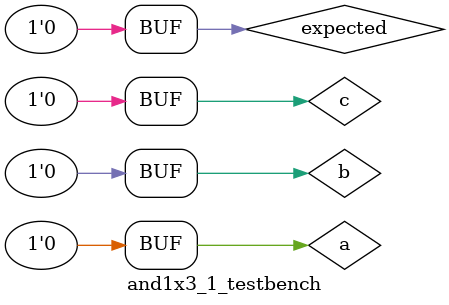
<source format=v>
`define DELAY 20
module and1x3_1_testbench();
   reg a, b, c;
   reg expected;
   wire tresult;
   wire      out;

   and1x3_1 o(out, a, b, c);
   xnor xn(tresult, out, expected);

   initial begin
      a=0;
      b=1;
      c=1;
      expected = 1'b0;
      #`DELAY;
      a=1;
      b=1;
      c=1;
      expected = 1'b1;
      #`DELAY;
      a=0;
      b=0;
      c=0;
      expected = 1'b0;
   end

   initial begin
      $monitor("time = %2d, a =%b, b=%b, c=%b, out=%1b, expected=%1b, tresult=%1b", $time, a, b, c, out, expected, tresult);
   end

endmodule //and1x3_1_testbench

</source>
